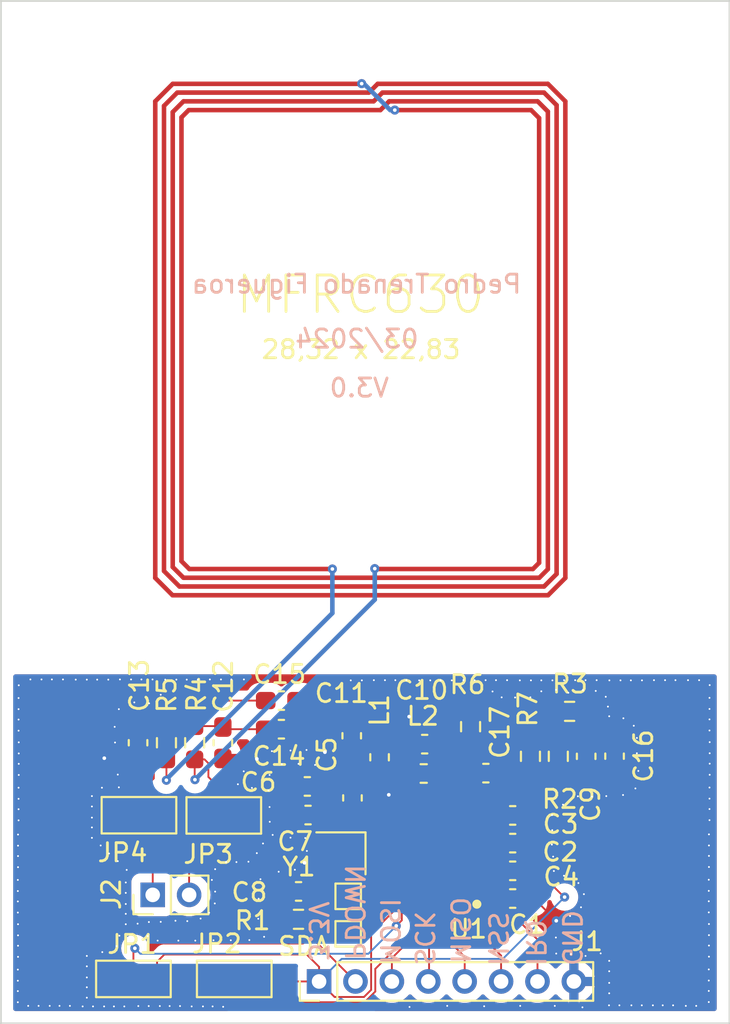
<source format=kicad_pcb>
(kicad_pcb (version 20221018) (generator pcbnew)
  (title_block (title "NFC Programmer") (rev "3.0") (company "Tychetools"))
  (layers (0 "F.Cu" signal) (31 "B.Cu" signal) (34 "B.Paste" user) (35 "F.Paste" user) (36 "B.SilkS" user "B.Silkscreen") (37 "F.SilkS" user "F.Silkscreen") (38 "B.Mask" user) (39 "F.Mask" user) (44 "Edge.Cuts" user))
  (net 0 "")
  (net 1 "Net-(U1-DVDD)")
  (net 2 "GND")
  (net 3 "Net-(U1-AVDD)")
  (net 4 "Net-(U1-TVDD)")
  (net 5 "Net-(U1-XTAL2)")
  (net 6 "/RXP")
  (net 7 "Net-(C9-Pad2)")
  (net 8 "Net-(C10-Pad2)")
  (net 9 "Net-(C11-Pad1)")
  (net 10 "Net-(C12-Pad1)")
  (net 11 "Net-(C13-Pad2)")
  (net 12 "/VMID")
  (net 13 "/RXN")
  (net 14 "Net-(C17-Pad2)")
  (net 15 "/TX1")
  (net 16 "/TX2")
  (net 17 "Net-(JP3-A)")
  (net 21 "/SCL")
  (net 22 "/MISO")
  (net 23 "/IRQ")
  (net 24 "/NSS")
  (net 31 "/PDOWN")
  (net 32 "+3V3")
  (net 33 "/SCK")
  (net 34 "/MOSI")
  (net 35 "Net-(U1-XTAL1)")
  (net 36 "/IFSEL0")
  (net 37 "/IFSEL1")
  (net 38 "Net-(J2-Pin_2)")
  (net 39 "Net-(JP4-A)")
  (net 40 "Net-(JP4-C)")
  (net 41 "Net-(J2-Pin_1)")
  (net 42 "/SDA")
  (footprint "Resistor_SMD:R_0603_1608Metric_Pad0.98x0.95mm_HandSolder" (layer "F.Cu") (at 150.81375 95.4575 -90)
    (fp_text reference "R2")
    (fp_text value "TBD" hide)
  )
  (footprint "Capacitor_SMD:C_0603_1608Metric_Pad1.08x0.95mm_HandSolder" (layer "F.Cu") (at 146.83425 96.38 180)
    (fp_text reference "C17")
    (fp_text value "TBD" hide)
  )
  (footprint "Resistor_SMD:R_0603_1608Metric_Pad0.98x0.95mm_HandSolder" (layer "F.Cu") (at 145.99425 93.83 90)
    (fp_text reference "R6")
    (fp_text value "TBD" hide)
  )
  (footprint "Jumper:SolderJumper-3_P1.3mm_Bridged12_Pad1.0x1.5mm_NumberLabels" (layer "F.Cu") (at 132.435 98.7)
    (fp_text reference "JP3")
    (fp_text value "SolderJumper_3_Bridged12" hide)
  )
  (footprint "MountingHole:MountingHole_3mm" (layer "F.Cu") (at 124.08 58.64)
    (fp_text reference "H3" hide)
    (fp_text value "MountingHole_Pad" hide)
  )
  (footprint "MountingHole:MountingHole_3mm" (layer "F.Cu") (at 156.12 58.64)
    (fp_text reference "H4" hide)
    (fp_text value "MountingHole_Pad" hide)
  )
  (footprint "TestPoint:TestPoint_Pad_1.0x1.0mm" (layer "F.Cu") (at 139.27 103.14)
    (fp_text reference "TP2" hide)
    (fp_text value "TestPoint" hide)
  )
  (footprint "Capacitor_SMD:C_0603_1608Metric_Pad1.08x0.95mm_HandSolder" (layer "F.Cu") (at 137.02425 97.11 180)
    (fp_text reference "C6")
    (fp_text value "1u" hide)
  )
  (footprint "Connector_PinHeader_2.00mm:PinHeader_1x02_P2.00mm_Vertical" (layer "F.Cu") (at 128.53 103.06 90)
    (fp_text reference "J2")
    (fp_text value "Conn_01x02_Pin" hide)
  )
  (footprint "Inductor_SMD:L_0603_1608Metric_Pad1.05x0.95mm_HandSolder" (layer "F.Cu") (at 140.99425 95.51 90)
    (fp_text reference "L1")
    (fp_text value "TBD" hide)
  )
  (footprint "Capacitor_SMD:C_0603_1608Metric_Pad1.08x0.95mm_HandSolder" (layer "F.Cu") (at 135.6 93.97 180)
    (fp_text reference "C14")
    (fp_text value "C" hide)
  )
  (footprint "MountingHole:MountingHole_3mm" (layer "F.Cu") (at 124.06 88.02)
    (fp_text reference "H1" hide)
    (fp_text value "MountingHole_Pad" hide)
  )
  (footprint "Crystal:Crystal_SMD_2016-4Pin_2.0x1.6mm" (layer "F.Cu") (at 138.87175 100.78 180)
    (fp_text reference "Y1")
    (fp_text value "Crystal_GND23" hide)
  )
  (footprint "Capacitor_SMD:C_0603_1608Metric_Pad1.08x0.95mm_HandSolder" (layer "F.Cu") (at 139.50425 97.74 90)
    (fp_text reference "C5")
    (fp_text value "100n" hide)
  )
  (footprint "Capacitor_SMD:C_0603_1608Metric_Pad1.08x0.95mm_HandSolder" (layer "F.Cu") (at 139.46425 94.33 -90)
    (fp_text reference "C11")
    (fp_text value "TBD" hide)
  )
  (footprint "Library3:MFRC630_MOUSER" (layer "F.Cu") (at 143.46425 101.07 180)
    (fp_text reference "U1")
    (fp_text value "MFRC63002HN,151" hide)
  )
  (footprint "Connector_PinHeader_2.00mm:PinHeader_1x08_P2.00mm_Vertical" (layer "F.Cu") (at 137.67 107.81 90)
    (fp_text reference "J1")
    (fp_text value "Conn_01x08" hide)
  )
  (footprint "Resistor_SMD:R_0603_1608Metric_Pad0.98x0.95mm_HandSolder" (layer "F.Cu") (at 130.835 94.7125 -90)
    (fp_text reference "R4")
    (fp_text value "TBD" hide)
  )
  (footprint "Capacitor_SMD:C_0603_1608Metric_Pad1.08x0.95mm_HandSolder" (layer "F.Cu") (at 152.34425 95.4575 90)
    (fp_text reference "C9")
    (fp_text value "TBD" hide)
  )
  (footprint "Capacitor_SMD:C_0603_1608Metric_Pad1.08x0.95mm_HandSolder" (layer "F.Cu") (at 135.6 92.4 180)
    (fp_text reference "C15")
    (fp_text value "TBD" hide)
  )
  (footprint "Capacitor_SMD:C_0603_1608Metric_Pad1.08x0.95mm_HandSolder" (layer "F.Cu") (at 148.3075 98.7)
    (fp_text reference "C3")
    (fp_text value "470n" hide)
  )
  (footprint "Capacitor_SMD:C_0603_1608Metric_Pad1.08x0.95mm_HandSolder" (layer "F.Cu") (at 148.3075 100.22)
    (fp_text reference "C2")
    (fp_text value "100n" hide)
  )
  (footprint "Resistor_SMD:R_0603_1608Metric_Pad0.98x0.95mm_HandSolder" (layer "F.Cu") (at 149.28325 95.4575 90)
    (fp_text reference "R7")
    (fp_text value "TBD" hide)
  )
  (footprint "Capacitor_SMD:C_0603_1608Metric_Pad1.08x0.95mm_HandSolder" (layer "F.Cu") (at 153.90425 95.45 -90)
    (fp_text reference "C16")
    (fp_text value "TBD" hide)
  )
  (footprint "Capacitor_SMD:C_0603_1608Metric_Pad1.08x0.95mm_HandSolder" (layer "F.Cu") (at 148.3075 101.74)
    (fp_text reference "C4")
    (fp_text value "100n" hide)
  )
  (footprint "Resistor_SMD:R_0603_1608Metric_Pad0.98x0.95mm_HandSolder" (layer "F.Cu") (at 129.285 94.7125 -90)
    (fp_text reference "R5")
    (fp_text value "TBD" hide)
  )
  (footprint "Resistor_SMD:R_0603_1608Metric_Pad0.98x0.95mm_HandSolder" (layer "F.Cu") (at 151.435 92.99)
    (fp_text reference "R3")
    (fp_text value "TBD" hide)
  )
  (footprint "Capacitor_SMD:C_0603_1608Metric_Pad1.08x0.95mm_HandSolder" (layer "F.Cu") (at 132.385 94.7125 -90)
    (fp_text reference "C12")
    (fp_text value "TBD" hide)
  )
  (footprint "Capacitor_SMD:C_0603_1608Metric_Pad1.08x0.95mm_HandSolder" (layer "F.Cu") (at 127.725 94.7125 90)
    (fp_text reference "C13")
    (fp_text value "TBD" hide)
  )
  (footprint "Capacitor_SMD:C_0603_1608Metric_Pad1.08x0.95mm_HandSolder" (layer "F.Cu") (at 136.5425 102.87 180)
    (fp_text reference "C8")
    (fp_text value "10p" hide)
  )
  (footprint "Inductor_SMD:L_0603_1608Metric_Pad1.05x0.95mm_HandSolder" (layer "F.Cu") (at 143.41925 96.4)
    (fp_text reference "L2")
    (fp_text value "TBD" hide)
  )
  (footprint "Resistor_SMD:R_0603_1608Metric_Pad0.98x0.95mm_HandSolder" (layer "F.Cu") (at 136.54 104.4 180)
    (fp_text reference "R1")
    (fp_text value "10k" hide)
  )
  (footprint "Jumper:SolderJumper-3_P1.3mm_Bridged12_Pad1.0x1.5mm_NumberLabels" (layer "F.Cu") (at 127.775 98.69 180)
    (fp_text reference "JP4")
    (fp_text value "SolderJumper_3_Bridged12" hide)
  )
  (footprint "Jumper:SolderJumper-3_P1.3mm_Bridged12_Pad1.0x1.5mm_NumberLabels" (layer "F.Cu") (at 133.01 107.67 180)
    (fp_text reference "JP2")
    (fp_text value "SolderJumper_3_Bridged12" hide)
  )
  (footprint "Jumper:SolderJumper-3_P1.3mm_Bridged12_Pad1.0x1.5mm_NumberLabels" (layer "F.Cu") (at 127.47 107.67)
    (fp_text reference "JP1")
    (fp_text value "SolderJumper_3_Bridged12" hide)
  )
  (footprint "Capacitor_SMD:C_0603_1608Metric_Pad1.08x0.95mm_HandSolder" (layer "F.Cu") (at 143.47175 94.79)
    (fp_text reference "C10")
    (fp_text value "TBD" hide)
  )
  (footprint "Capacitor_SMD:C_0603_1608Metric_Pad1.08x0.95mm_HandSolder" (layer "F.Cu") (at 137.06425 98.68 180)
    (fp_text reference "C7")
    (fp_text value "10p" hide)
  )
  (footprint "TestPoint:TestPoint_Pad_1.0x1.0mm" (layer "F.Cu") (at 139.27 105.2 180)
    (fp_text reference "SDA")
    (fp_text value "TestPoint" hide)
  )
  (footprint "MountingHole:MountingHole_3mm" (layer "F.Cu") (at 156.11 88.02)
    (fp_text reference "H2" hide)
    (fp_text value "MountingHole_Pad" hide)
  )
  (footprint "Capacitor_SMD:C_0603_1608Metric_Pad1.08x0.95mm_HandSolder" (layer "F.Cu") (at 148.3075 103.26)
    (fp_text reference "C1")
    (fp_text value "470n" hide)
  )
  (gr_poly (pts (xy 120.19 110.11) (xy 158.66 110.11) (xy 160.22 110.11) (xy 160.22 54.01) (xy 120.19 54.01) (xy 120.19 110.11)) (stroke (width 0.1)) (fill none) (layer "Edge.Cuts"))
  (gr_text "NSS" (at 146.9 107.05 270) (layer "B.SilkS") (effects (font (size 1 1) (thickness 0.153)) (justify left bottom mirror)))
  (gr_text "PDOWN\n" (at 139.03 106.74 270) (layer "B.SilkS") (effects (font (size 1 1) (thickness 0.153)) (justify left bottom mirror)))
  (gr_text "GND" (at 150.96 107.05 270) (layer "B.SilkS") (effects (font (size 1 1) (thickness 0.153)) (justify left bottom mirror)))
  (gr_text "SCK" (at 142.86 107.02 270) (layer "B.SilkS") (effects (font (size 1 1) (thickness 0.153)) (justify left bottom mirror)))
  (gr_text "MOSI\n" (at 140.96 106.97 270) (layer "B.SilkS") (effects (font (size 1 1) (thickness 0.153)) (justify left bottom mirror)))
  (gr_text "03/2024" (at 143.23 73.14) (layer "B.SilkS") (effects (font (size 1 1) (thickness 0.153)) (justify left bottom mirror)))
  (gr_text "3.3V\n" (at 137.04 106.77 -90) (layer "B.SilkS") (effects (font (size 1 1) (thickness 0.153)) (justify left bottom mirror)))
  (gr_text "IRQ" (at 148.97 107.05 270) (layer "B.SilkS") (effects (font (size 1 1) (thickness 0.153)) (justify left bottom mirror)))
  (gr_text "V3.0\n" (at 141.6 75.83) (layer "B.SilkS") (effects (font (size 1 1) (thickness 0.153)) (justify left bottom mirror)))
  (gr_text "MISO" (at 144.82 106.91 270) (layer "B.SilkS") (effects (font (size 1 1) (thickness 0.153)) (justify left bottom mirror)))
  (gr_text "Pedro Trenado Figueroa" (at 148.87 70.13) (layer "B.SilkS") (effects (font (size 1 1) (thickness 0.153)) (justify left bottom mirror)))
  (gr_text "28,32 x 22,83" (at 134.42 73.72) (layer "F.SilkS") (effects (font (size 1 1) (thickness 0.153)) (justify left bottom)))
  (gr_text "MFRC630\n" (at 132.99 71.3) (layer "F.SilkS") (effects (font (size 2 2) (thickness 0.153)) (justify left bottom)))
  (segment (start 146.61 99.99075) (end 146.61 103.04) (width 0.1) (layer "F.Cu") (net 1))
  (segment (start 146.43925 99.82) (end 146.61 99.99075) (width 0.1) (layer "F.Cu") (net 1))
  (segment (start 146.83 103.26) (end 147.445 103.26) (width 0.1) (layer "F.Cu") (net 1))
  (segment (start 146.61 103.04) (end 146.83 103.26) (width 0.1) (layer "F.Cu") (net 1))
  (segment (start 145.91425 99.82) (end 146.43925 99.82) (width 0.1) (layer "F.Cu") (net 1))
  (segment (start 138.17175 101.33) (end 136.9 101.33) (width 0.1) (layer "F.Cu") (net 2))
  (segment (start 134.225 95.575) (end 134.251582 95.601582) (width 0.1) (layer "F.Cu") (net 2))
  (segment (start 142.60925 94.79) (end 142.60925 93.29075) (width 0.1) (layer "F.Cu") (net 2))
  (segment (start 138.0275 95.1925) (end 137.99 95.23) (width 0.1) (layer "F.Cu") (net 2))
  (segment (start 125.885 95.575) (end 125.87 95.56) (width 0.1) (layer "F.Cu") (net 2))
  (segment (start 136.9 101.33) (end 136.87 101.3) (width 0.1) (layer "F.Cu") (net 2))
  (segment (start 139.46425 95.1925) (end 138.0275 95.1925) (width 0.1) (layer "F.Cu") (net 2))
  (segment (start 142.60925 93.29075) (end 142.62 93.28) (width 0.1) (layer "F.Cu") (net 2))
  (segment (start 143.46425 101.07) (end 141.71425 99.32) (width 0.1) (layer "F.Cu") (net 2))
  (segment (start 149.48 103.26) (end 150.7 104.48) (width 0.1) (layer "F.Cu") (net 2))
  (segment (start 149.17 103.26) (end 149.48 103.26) (width 0.1) (layer "F.Cu") (net 2))
  (segment (start 141.71425 97.78425) (end 141.5 97.57) (width 0.1) (layer "F.Cu") (net 2))
  (segment (start 132.385 95.575) (end 134.225 95.575) (width 0.1) (layer "F.Cu") (net 2))
  (segment (start 127.725 95.575) (end 125.885 95.575) (width 0.1) (layer "F.Cu") (net 2))
  (segment (start 141.71425 98.62) (end 141.71425 97.78425) (width 0.1) (layer "F.Cu") (net 2))
  (segment (start 141.71425 99.32) (end 141.71425 98.62) (width 0.1) (layer "F.Cu") (net 2))
  (via micro (at 159.13 95.86) (size 0.36) (drill 0.1) (layers "F.Cu" "B.Cu") (net 2))
  (via micro (at 128.97 104.54) (size 0.36) (drill 0.1) (layers "F.Cu" "B.Cu") (net 2))
  (via micro (at 157.94 91.28) (size 0.36) (drill 0.1) (layers "F.Cu" "B.Cu") (net 2))
  (via micro (at 131.87 105.55) (size 0.36) (drill 0.1) (layers "F.Cu" "B.Cu") (net 2))
  (via micro (at 124.3 91.25) (size 0.36) (drill 0.1) (layers "F.Cu" "B.Cu") (net 2))
  (via micro (at 125.19 98.82) (size 0.36) (drill 0.1) (layers "F.Cu" "B.Cu") (net 2))
  (via micro (at 127.34 91.24) (size 0.36) (drill 0.1) (layers "F.Cu" "B.Cu") (net 2))
  (via micro (at 157.25 91.28) (size 0.36) (drill 0.1) (layers "F.Cu" "B.Cu") (net 2))
  (via micro (at 129.94 105.57) (size 0.36) (drill 0.1) (layers "F.Cu" "B.Cu") (net 2))
  (via micro (at 142.64 109.21) (size 0.36) (drill 0.1) (layers "F.Cu" "B.Cu") (net 2))
  (via micro (at 135.12 99.77) (size 0.36) (drill 0.1) (layers "F.Cu" "B.Cu") (net 2))
  (via micro (at 150.62 109.15) (size 0.36) (drill 0.1) (layers "F.Cu" "B.Cu") (net 2))
  (via micro (at 121.16 98.97) (size 0.36) (drill 0.1) (layers "F.Cu" "B.Cu") (net 2))
  (via micro (at 122.87 109.15) (size 0.36) (drill 0.1) (layers "F.Cu" "B.Cu") (net 2))
  (via micro (at 154.83 109.12) (size 0.36) (drill 0.1) (layers "F.Cu" "B.Cu") (net 2))
  (via (at 134.251582 95.601582) (size 0.5) (drill 0.2) (layers "F.Cu" "B.Cu") (net 2))
  (via micro (at 126.46 94.7) (size 0.36) (drill 0.1) (layers "F.Cu" "B.Cu") (net 2))
  (via micro (at 144.35 91.29) (size 0.36) (drill 0.1) (layers "F.Cu" "B.Cu") (net 2))
  (via micro (at 159.08 104.02) (size 0.36) (drill 0.1) (layers "F.Cu" "B.Cu") (net 2))
  (via micro (at 155.13 94.45) (size 0.36) (drill 0.1) (layers "F.Cu" "B.Cu") (net 2))
  (via micro (at 129.22 91.25) (size 0.36) (drill 0.1) (layers "F.Cu" "B.Cu") (net 2))
  (via micro (at 125.19 98.21) (size 0.36) (drill 0.1) (layers "F.Cu" "B.Cu") (net 2))
  (via micro (at 130.03 109.16) (size 0.36) (drill 0.1) (layers "F.Cu" "B.Cu") (net 2))
  (via micro (at 134.59 100.24) (size 0.36) (drill 0.1) (layers "F.Cu" "B.Cu") (net 2))
  (via micro (at 148.44 92.23) (size 0.36) (drill 0.1) (layers "F.Cu" "B.Cu") (net 2))
  (via micro (at 150.48 99.51) (size 0.36) (drill 0.1) (layers "F.Cu" "B.Cu") (net 2))
  (via micro (at 154.37 97.58) (size 0.36) (drill 0.1) (layers "F.Cu" "B.Cu") (net 2))
  (via micro (at 153.61 106.68) (size 0.36) (drill 0.1) (layers "F.Cu" "B.Cu") (net 2))
  (via micro (at 155.4 109.12) (size 0.36) (drill 0.1) (layers "F.Cu" "B.Cu") (net 2))
  (via micro (at 123.6 91.24) (size 0.36) (drill 0.1) (layers "F.Cu" "B.Cu") (net 2))
  (via micro (at 133.98 97.19) (size 0.36) (drill 0.1) (layers "F.Cu" "B.Cu") (net 2))
  (via micro (at 159.13 96.47) (size 0.36) (drill 0.1) (layers "F.Cu" "B.Cu") (net 2))
  (via micro (at 121.16 92.26) (size 0.36) (drill 0.1) (layers "F.Cu" "B.Cu") (net 2))
  (via micro (at 152.66 97.67) (size 0.36) (drill 0.1) (layers "F.Cu" "B.Cu") (net 2))
  (via micro (at 134.45 102.2) (size 0.36) (drill 0.1) (layers "F.Cu" "B.Cu") (net 2))
  (via micro (at 154.96 93.78) (size 0.36) (drill 0.1) (layers "F.Cu" "B.Cu") (net 2))
  (via micro (at 125.86 109.18) (size 0.36) (drill 0.1) (layers "F.Cu" "B.Cu") (net 2))
  (via micro (at 121.17 91.56) (size 0.36) (drill 0.1) (layers "F.Cu" "B.Cu") (net 2))
  (via micro (at 141.86 91.28) (size 0.36) (drill 0.1) (layers "F.Cu" "B.Cu") (net 2))
  (via micro (at 121.12 108.95) (size 0.36) (drill 0.1) (layers "F.Cu" "B.Cu") (net 2))
  (via micro (at 148.7 91.29) (size 0.36) (drill 0.1) (layers "F.Cu" "B.Cu") (net 2))
  (via micro (at 158.55 91.28) (size 0.36) (drill 0.1) (layers "F.Cu" "B.Cu") (net 2))
  (via micro (at 125.74 97.18) (size 0.36) (drill 0.1) (layers "F.Cu" "B.Cu") (net 2))
  (via micro (at 121.13 106.46) (size 0.36) (drill 0.1) (layers "F.Cu" "B.Cu") (net 2))
  (via micro (at 132.56 101.26) (size 0.36) (drill 0.1) (layers "F.Cu" "B.Cu") (net 2))
  (via micro (at 137.45 95.93) (size 0.36) (drill 0.1) (layers "F.Cu" "B.Cu") (net 2))
  (via micro (at 159.12 92.86) (size 0.36) (drill 0.1) (layers "F.Cu" "B.Cu") (net 2))
  (via micro (at 127.7 104.64) (size 0.36) (drill 0.1) (layers "F.Cu" "B.Cu") (net 2))
  (via micro (at 143.78 91.29) (size 0.36) (drill 0.1) (layers "F.Cu" "B.Cu") (net 2))
  (via micro (at 124.91 108.13) (size 0.36) (drill 0.1) (layers "F.Cu" "B.Cu") (net 2))
  (via micro (at 148 91.28) (size 0.36) (drill 0.1) (layers "F.Cu" "B.Cu") (net 2))
  (via micro (at 121.16 92.87) (size 0.36) (drill 0.1) (layers "F.Cu" "B.Cu") (net 2))
  (via micro (at 151.917606 102.41155) (size 0.36) (drill 0.1) (layers "F.Cu" "B.Cu") (net 2))
  (via micro (at 152.92 91.28) (size 0.36) (drill 0.1) (layers "F.Cu" "B.Cu") (net 2))
  (via micro (at 147.701096 92.221952) (size 0.36) (drill 0.1) (layers "F.Cu" "B.Cu") (net 2))
  (via micro (at 149.28 92.22) (size 0.36) (drill 0.1) (layers "F.Cu" "B.Cu") (net 2))
  (via micro (at 159.09 99.74) (size 0.36) (drill 0.1) (layers "F.Cu" "B.Cu") (net 2))
  (via micro (at 139.41 91.29) (size 0.36) (drill 0.1) (layers "F.Cu" "B.Cu") (net 2))
  (via micro (at 159.09 101.53) (size 0.36) (drill 0.1) (layers "F.Cu" "B.Cu") (net 2))
  (via micro (at 132.82 105.55) (size 0.36) (drill 0.1) (layers "F.Cu" "B.Cu") (net 2))
  (via micro (at 131.29 109.18) (size 0.36) (drill 0.1) (layers "F.Cu" "B.Cu") (net 2))
  (via micro (at 133.79 101.24) (size 0.36) (drill 0.1) (layers "F.Cu" "B.Cu") (net 2))
  (via micro (at 153.61 108.46) (size 0.36) (drill 0.1) (layers "F.Cu" "B.Cu") (net 2))
  (via micro (at 151.89 97.65) (size 0.36) (drill 0.1) (layers "F.Cu" "B.Cu") (net 2))
  (via micro (at 159.13 95.29) (size 0.36) (drill 0.1) (layers "F.Cu" "B.Cu") (net 2))
  (via micro (at 130.87 105.57) (size 0.36) (drill 0.1) (layers "F.Cu" "B.Cu") (net 2))
  (via micro (at 131.96 102.88) (size 0.36) (drill 0.1) (layers "F.Cu" "B.Cu") (net 2))
  (via micro (at 134.35 103.27) (size 0.36) (drill 0.1) (layers "F.Cu" "B.Cu") (net 2))
  (via micro (at 128.32 104.55) (size 0.36) (drill 0.1) (layers "F.Cu" "B.Cu") (net 2))
  (via micro (at 125.25 109.18) (size 0.36) (drill 0.1) (layers "F.Cu" "B.Cu") (net 2))
  (via micro (at 127.52 92.5) (size 0.36) (drill 0.1) (layers "F.Cu" "B.Cu") (net 2))
  (via micro (at 127.74 109.16) (size 0.36) (drill 0.1) (layers "F.Cu" "B.Cu") (net 2))
  (via micro (at 159.12 98.96) (size 0.36) (drill 0.1) (layers "F.Cu" "B.Cu") (net 2))
  (via micro (at 126.61 96.46) (size 0.36) (drill 0.1) (layers "F.Cu" "B.Cu") (net 2))
  (via micro (at 134.33 104.37) (size 0.36) (drill 0.1) (layers "F.Cu" "B.Cu") (net 2))
  (via micro (at 131.63 104.04) (size 0.36) (drill 0.1) (layers "F.Cu" "B.Cu") (net 2))
  (via micro (at 158.39 109.15) (size 0.36) (drill 0.1) (layers "F.Cu" "B.Cu") (net 2))
  (via micro (at 121.13 104.67) (size 0.36) (drill 0.1) (layers "F.Cu" "B.Cu") (net 2))
  (via micro (at 134.65 105.36) (size 0.36) (drill 0.1) (layers "F.Cu" "B.Cu") (net 2))
  (via micro (at 152.31 91.28) (size 0.36) (drill 0.1) (layers "F.Cu" "B.Cu") (net 2))
  (via micro (at 126.67 92.87) (size 0.36) (drill 0.1) (layers "F.Cu" "B.Cu") (net 2))
  (via micro (at 126.44 93.84) (size 0.36) (drill 0.1) (layers "F.Cu" "B.Cu") (net 2))
  (via micro (at 140.68 91.28) (size 0.36) (drill 0.1) (layers "F.Cu" "B.Cu") (net 2))
  (via micro (at 156.07 91.28) (size 0.36) (drill 0.1) (layers "F.Cu" "B.Cu") (net 2))
  (via micro (at 136.91 99.94) (size 0.36) (drill 0.1) (layers "F.Cu" "B.Cu") (net 2))
  (via micro (at 150.46 100.3) (size 0.36) (drill 0.1) (layers "F.Cu" "B.Cu") (net 2))
  (via micro (at 140.02 91.29) (size 0.36) (drill 0.1) (layers "F.Cu" "B.Cu") (net 2))
  (via micro (at 153.45 97.64) (size 0.36) (drill 0.1) (layers "F.Cu" "B.Cu") (net 2))
  (via micro (at 134.95 98.24) (size 0.36) (drill 0.1) (layers "F.Cu" "B.Cu") (net 2))
  (via micro (at 154.17 109.12) (size 0.36) (drill 0.1) (layers "F.Cu" "B.Cu") (net 2))
  (via micro (at 151.364342 91.97) (size 0.36) (drill 0.1) (layers "F.Cu" "B.Cu") (net 2))
  (via micro (at 135.077887 95.174346) (size 0.36) (drill 0.1) (layers "F.Cu" "B.Cu") (net 2))
  (via micro (at 155.41 91.29) (size 0.36) (drill 0.1) (layers "F.Cu" "B.Cu") (net 2))
  (via micro (at 159.08 107.15) (size 0.36) (drill 0.1) (layers "F.Cu" "B.Cu") (net 2))
  (via micro (at 123.41 109.15) (size 0.36) (drill 0.1) (layers "F.Cu" "B.Cu") (net 2))
  (via micro (at 159.09 105.27) (size 0.36) (drill 0.1) (layers "F.Cu" "B.Cu") (net 2))
  (via micro (at 136.98 95.11) (size 0.36) (drill 0.1) (layers "F.Cu" "B.Cu") (net 2))
  (via micro (at 128.33 92.55) (size 0.36) (drill 0.1) (layers "F.Cu" "B.Cu") (net 2))
  (via micro (at 153.14 106.27) (size 0.36) (drill 0.1) (layers "F.Cu" "B.Cu") (net 2))
  (via micro (at 150.47 98.68) (size 0.36) (drill 0.1) (layers "F.Cu" "B.Cu") (net 2))
  (via micro (at 148.72 109.15) (size 0.36) (drill 0.1) (layers "F.Cu" "B.Cu") (net 2))
  (via micro (at 121.16 94.05) (size 0.36) (drill 0.1) (layers "F.Cu" "B.Cu") (net 2))
  (via micro (at 121.81 91.24) (size 0.36) (drill 0.1) (layers "F.Cu" "B.Cu") (net 2))
  (via (at 142.62 93.28) (size 0.5) (drill 0.2) (layers "F.Cu" "B.Cu") (net 2))
  (via micro (at 131.01 91.25) (size 0.36) (drill 0.1) (layers "F.Cu" "B.Cu") (net 2))
  (via micro (at 121.69 109.15) (size 0.36) (drill 0.1) (layers "F.Cu" "B.Cu") (net 2))
  (via micro (at 149.88 91.29) (size 0.36) (drill 0.1) (layers "F.Cu" "B.Cu") (net 2))
  (via micro (at 125.48 91.25) (size 0.36) (drill 0.1) (layers "F.Cu" "B.Cu") (net 2))
  (via micro (at 128.31 109.16) (size 0.36) (drill 0.1) (layers "F.Cu" "B.Cu") (net 2))
  (via micro (at 153.61 107.25) (size 0.36) (drill 0.1) (layers "F.Cu" "B.Cu") (net 2))
  (via micro (at 127.05 102.38) (size 0.36) (drill 0.1) (layers "F.Cu" "B.Cu") (net 2))
  (via micro (at 127.91 91.24) (size 0.36) (drill 0.1) (layers "F.Cu" "B.Cu") (net 2))
  (via micro (at 156.55 109.12) (size 0.36) (drill 0.1) (layers "F.Cu" "B.Cu") (net 2))
  (via micro (at 153.6 109.12) (size 0.36) (drill 0.1) (layers "F.Cu" "B.Cu") (net 2))
  (via micro (at 131.82 109.18) (size 0.36) (drill 0.1) (layers "F.Cu" "B.Cu") (net 2))
  (via micro (at 151.46 104.22) (size 0.36) (drill 0.1) (layers "F.Cu" "B.Cu") (net 2))
  (via micro (at 124.91 107.59) (size 0.36) (drill 0.1) (layers "F.Cu" "B.Cu") (net 2))
  (via micro (at 150.53 100.96) (size 0.36) (drill 0.1) (layers "F.Cu" "B.Cu") (net 2))
  (via micro (at 134.95 96.48) (size 0.36) (drill 0.1) (layers "F.Cu" "B.Cu") (net 2))
  (via micro (at 136.54 95.87) (size 0.36) (drill 0.1) (layers "F.Cu" "B.Cu") (net 2))
  (via micro (at 153.54 92.73) (size 0.36) (drill 0.1) (layers "F.Cu" "B.Cu") (net 2))
  (via micro (at 131.96 101.65) (size 0.36) (drill 0.1) (layers "F.Cu" "B.Cu") (net 2))
  (via micro (at 121.13 105.85) (size 0.36) (drill 0.1) (layers "F.Cu" "B.Cu") (net 2))
  (via micro (at 155.13 95.29) (size 0.36) (drill 0.1) (layers "F.Cu" "B.Cu") (net 2))
  (via micro (at 126.4 109.18) (size 0.36) (drill 0.1) (layers "F.Cu" "B.Cu") (net 2))
  (via micro (at 130.43 104.5) (size 0.36) (drill 0.1) (layers "F.Cu" "B.Cu") (net 2))
  (via micro (at 125.76 106.2) (size 0.36) (drill 0.1) (layers "F.Cu" "B.Cu") (net 2))
  (via micro (at 159.08 107.76) (size 0.36) (drill 0.1) (layers "F.Cu" "B.Cu") (net 2))
  (via micro (at 124.91 106.98) (size 0.36) (drill 0.1) (layers "F.Cu" "B.Cu") (net 2))
  (via micro (at 127.05 104.1) (size 0.36) (drill 0.1) (layers "F.Cu" "B.Cu") (net 2))
  (via micro (at 124.91 106.41) (size 0.36) (drill 0.1) (layers "F.Cu" "B.Cu") (net 2))
  (via micro (at 133.54 91.24) (size 0.36) (drill 0.1) (layers "F.Cu" "B.Cu") (net 2))
  (via micro (at 159.09 104.66) (size 0.36) (drill 0.1) (layers "F.Cu" "B.Cu") (net 2))
  (via micro (at 152.06 103.74) (size 0.36) (drill 0.1) (layers "F.Cu" "B.Cu") (net 2))
  (via micro (at 128.8 105.57) (size 0.36) (drill 0.1) (layers "F.Cu" "B.Cu") (net 2))
  (via micro (at 121.12 107.16) (size 0.36) (drill 0.1) (layers "F.Cu" "B.Cu") (net 2))
  (via micro (at 131.16 104.36) (size 0.36) (drill 0.1) (layers "F.Cu" "B.Cu") (net 2))
  (via micro (at 121.12 108.34) (size 0.36) (drill 0.1) (layers "F.Cu" "B.Cu") (net 2))
  (via micro (at 135.62 95.89) (size 0.36) (drill 0.1) (layers "F.Cu" "B.Cu") (net 2))
  (via micro (at 156.01 109.12) (size 0.36) (drill 0.1) (layers "F.Cu" "B.Cu") (net 2))
  (via micro (at 132.85 91.24) (size 0.36) (drill 0.1) (layers "F.Cu" "B.Cu") (net 2))
  (via micro (at 159.13 94.68) (size 0.36) (drill 0.1) (layers "F.Cu" "B.Cu") (net 2))
  (via micro (at 127.05 102.95) (size 0.36) (drill 0.1) (layers "F.Cu" "B.Cu") (net 2))
  (via micro (at 121.13 100.36) (size 0.36) (drill 0.1) (layers "F.Cu" "B.Cu") (net 2))
  (via micro (at 152.22 103.02) (size 0.36) (drill 0.1) (layers "F.Cu" "B.Cu") (net 2))
  (via micro (at 121.12 102.24) (size 0.36) (drill 0.1) (layers "F.Cu" "B.Cu") (net 2))
  (via micro (at 152.31 106.41) (size 0.36) (drill 0.1) (layers "F.Cu" "B.Cu") (net 2))
  (via micro (at 121.16 93.44) (size 0.36) (drill 0.1) (layers "F.Cu" "B.Cu") (net 2))
  (via micro (at 126.97 109.18) (size 0.36) (drill 0.1) (layers "F.Cu" "B.Cu") (net 2))
  (via micro (at 151.74 91.28) (size 0.36) (drill 0.1) (layers "F.Cu" "B.Cu") (net 2))
  (via micro (at 125.19 99.36) (size 0.36) (drill 0.1) (layers "F.Cu" "B.Cu") (net 2))
  (via micro (at 121.13 101.54) (size 0.36) (drill 0.1) (layers "F.Cu" "B.Cu") (net 2))
  (via micro (at 159.12 93.43) (size 0.36) (drill 0.1) (layers "F.Cu" "B.Cu") (net 2))
  (via micro (at 159.09 100.92) (size 0.36) (drill 0.1) (layers "F.Cu" "B.Cu") (net 2))
  (via micro (at 126.67 97.16) (size 0.36) (drill 0.1) (layers "F.Cu" "B.Cu") (net 2))
  (via micro (at 128.97 92.08) (size 0.36) (drill 0.1) (layers "F.Cu" "B.Cu") (net 2))
  (via (at 150.7 104.48) (size 0.5) (drill 0.2) (layers "F.Cu" "B.Cu") (net 2))
  (via micro (at 159.08 108.33) (size 0.36) (drill 0.1) (layers "F.Cu" "B.Cu") (net 2))
  (via micro (at 129.46 109.16) (size 0.36) (drill 0.1) (layers "F.Cu" "B.Cu") (net 2))
  (via micro (at 122.42 91.24) (size 0.36) (drill 0.1) (layers "F.Cu" "B.Cu") (net 2))
  (via micro (at 159.12 97.78) (size 0.36) (drill 0.1) (layers "F.Cu" "B.Cu") (net 2))
  (via micro (at 126.54 105.87) (size 0.36) (drill 0.1) (layers "F.Cu" "B.Cu") (net 2))
  (via micro (at 131.78 102.24) (size 0.36) (drill 0.1) (layers "F.Cu" "B.Cu") (net 2))
  (via micro (at 121.16 98.36) (size 0.36) (drill 0.1) (layers "F.Cu" "B.Cu") (net 2))
  (via micro (at 133.53 96.28) (size 0.36) (drill 0.1) (layers "F.Cu" "B.Cu") (net 2))
  (via micro (at 159.09 106.45) (size 0.36) (drill 0.1) (layers "F.Cu" "B.Cu") (net 2))
  (via micro (at 121.13 105.28) (size 0.36) (drill 0.1) (layers "F.Cu" "B.Cu") (net 2))
  (via micro (at 121.12 104.03) (size 0.36) (drill 0.1) (layers "F.Cu" "B.Cu") (net 2))
  (via micro (at 146.82 91.28) (size 0.36) (drill 0.1) (layers "F.Cu" "B.Cu") (net 2))
  (via micro (at 129.78 104.48) (size 0.36) (drill 0.1) (layers "F.Cu" "B.Cu") (net 2))
  (via micro (at 159.13 91.55) (size 0.36) (drill 0.1) (layers "F.Cu" "B.Cu") (net 2))
  (via micro (at 132.28 91.24) (size 0.36) (drill 0.1) (layers "F.Cu" "B.Cu") (net 2))
  (via micro (at 136.34 101.68) (size 0.36) (drill 0.1) (layers "F.Cu" "B.Cu") (net 2))
  (via micro (at 157.12 109.12) (size 0.36) (drill 0.1) (layers "F.Cu" "B.Cu") (net 2))
  (via micro (at 130.4 91.25) (size 0.36) (drill 0.1) (layers "F.Cu" "B.Cu") (net 2))
  (via micro (at 128.52 91.24) (size 0.36) (drill 0.1) (layers "F.Cu" "B.Cu") (net 2))
  (via micro (at 125.67 100.35) (size 0.36) (drill 0.1) (layers "F.Cu" "B.Cu") (net 2))
  (via micro (at 159.08 108.94) (size 0.36) (drill 0.1) (layers "F.Cu" "B.Cu") (net 2))
  (via micro (at 159.12 97.17) (size 0.36) (drill 0.1) (layers "F.Cu" "B.Cu") (net 2))
  (via micro (at 133.21 96.99) (size 0.36) (drill 0.1) (layers "F.Cu" "B.Cu") (net 2))
  (via micro (at 142.47 91.28) (size 0.36) (drill 0.1) (layers "F.Cu" "B.Cu") (net 2))
  (via micro (at 154.8 91.29) (size 0.36) (drill 0.1) (layers "F.Cu" "B.Cu") (net 2))
  (via micro (at 147.2 91.9) (size 0.36) (drill 0.1) (layers "F.Cu" "B.Cu") (net 2))
  (via micro (at 122.99 91.24) (size 0.36) (drill 0.1) (layers "F.Cu" "B.Cu") (net 2))
  (via micro (at 125.19 99.93) (size 0.36) (drill 0.1) (layers "F.Cu" "B.Cu") (net 2))
  (via micro (at 145.6 91.28) (size 0.36) (drill 0.1) (layers "F.Cu" "B.Cu") (net 2))
  (via micro (at 128.92 109.16) (size 0.36) (drill 0.1) (layers "F.Cu" "B.Cu") (net 2))
  (via micro (at 151.07 98.11) (size 0.36) (drill 0.1) (layers "F.Cu" "B.Cu") (net 2))
  (via micro (at 149.31 91.29) (size 0.36) (drill 0.1) (layers "F.Cu" "B.Cu") (net 2))
  (via micro (at 121.13 99.75) (size 0.36) (drill 0.1) (layers "F.Cu" "B.Cu") (net 2))
  (via micro (at 124.91 91.25) (size 0.36) (drill 0.1) (layers "F.Cu" "B.Cu") (net 2))
  (via micro (at 152.17 91.82) (size 0.36) (drill 0.1) (layers "F.Cu" "B.Cu") (net 2))
  (via micro (at 157.82 109.15) (size 0.36) (drill 0.1) (layers "F.Cu" "B.Cu") (net 2))
  (via micro (at 154.23 91.29) (size 0.36) (drill 0.1) (layers "F.Cu" "B.Cu") (net 2))
  (via micro (at 151.13 91.28) (size 0.36) (drill 0.1) (layers "F.Cu" "B.Cu") (net 2))
  (via micro (at 159.09 105.84) (size 0.36) (drill 0.1) (layers "F.Cu" "B.Cu") (net 2))
  (via micro (at 129.83 91.25) (size 0.36) (drill 0.1) (layers "F.Cu" "B.Cu") (net 2))
  (via micro (at 146.21 91.28) (size 0.36) (drill 0.1) (layers "F.Cu" "B.Cu") (net 2))
  (via micro (at 123.98 109.15) (size 0.36) (drill 0.1) (layers "F.Cu" "B.Cu") (net 2))
  (via micro (at 137 100.65) (size 0.36) (drill 0.1) (layers "F.Cu" "B.Cu") (net 2))
  (via micro (at 134.96 99.05) (size 0.36) (drill 0.1) (layers "F.Cu" "B.Cu") (net 2))
  (via (at 136.87 101.3) (size 0.5) (drill 0.2) (layers "F.Cu" "B.Cu") (net 2))
  (via micro (at 159.09 100.35) (size 0.36) (drill 0.1) (layers "F.Cu" "B.Cu") (net 2))
  (via micro (at 131.67 91.24) (size 0.36) (drill 0.1) (layers "F.Cu" "B.Cu") (net 2))
  (via micro (at 127.1 101.69) (size 0.36) (drill 0.1) (layers "F.Cu" "B.Cu") (net 2))
  (via micro (at 136.1 95.14) (size 0.36) (drill 0.1) (layers "F.Cu" "B.Cu") (net 2))
  (via micro (at 122.26 109.15) (size 0.36) (drill 0.1) (layers "F.Cu" "B.Cu") (net 2))
  (via micro (at 146.74 109.17) (size 0.36) (drill 0.1) (layers "F.Cu" "B.Cu") (net 2))
  (via micro (at 127.05 103.56) (size 0.36) (drill 0.1) (layers "F.Cu" "B.Cu") (net 2))
  (via micro (at 126.09 91.25) (size 0.36) (drill 0.1) (layers "F.Cu" "B.Cu") (net 2))
  (via micro (at 159.12 98.35) (size 0.36) (drill 0.1) (layers "F.Cu" "B.Cu") (net 2))
  (via micro (at 147.39 91.28) (size 0.36) (drill 0.1) (layers "F.Cu" "B.Cu") (net 2))
  (via micro (at 121.17 95.3) (size 0.36) (drill 0.1) (layers "F.Cu" "B.Cu") (net 2))
  (via micro (at 126.13 100.79) (size 0.36) (drill 0.1) (layers "F.Cu" "B.Cu") (net 2))
  (via micro (at 134.89 97.33) (size 0.36) (drill 0.1) (layers "F.Cu" "B.Cu") (net 2))
  (via micro (at 136.1 99.92) (size 0.36) (drill 0.1) (layers "F.Cu" "B.Cu") (net 2))
  (via micro (at 121.16 97.18) (size 0.36) (drill 0.1) (layers "F.Cu" "B.Cu") (net 2))
  (via micro (at 130.67 109.18) (size 0.36) (drill 0.1) (layers "F.Cu" "B.Cu") (net 2))
  (via micro (at 126.61 101.21) (size 0.36) (drill 0.1) (layers "F.Cu" "B.Cu") (net 2))
  (via micro (at 121.12 107.77) (size 0.36) (drill 0.1) (layers "F.Cu" "B.Cu") (net 2))
  (via micro (at 121.17 95.87) (size 0.36) (drill 0.1) (layers "F.Cu" "B.Cu") (net 2))
  (via micro (at 149.88 91.89) (size 0.36) (drill 0.1) (layers "F.Cu" "B.Cu") (net 2))
  (via micro (at 144.96 91.29) (size 0.36) (drill 0.1) (layers "F.Cu" "B.Cu") (net 2))
  (via micro (at 121.12 102.85) (size 0.36) (drill 0.1) (layers "F.Cu" "B.Cu") (net 2))
  (via micro (at 151.124464 102.010199) (size 0.36) (drill 0.1) (layers "F.Cu" "B.Cu") (net 2))
  (via micro (at 159.08 102.23) (size 0.36) (drill 0.1) (layers "F.Cu" "B.Cu") (net 2))
  (via micro (at 121.12 103.42) (size 0.36) (drill 0.1) (layers "F.Cu" "B.Cu") (net 2))
  (via micro (at 143.17 91.29) (size 0.36) (drill 0.1) (layers "F.Cu" "B.Cu") (net 2))
  (via micro (at 124.91 108.7) (size 0.36) (drill 0.1) (layers "F.Cu" "B.Cu") (net 2))
  (via micro (at 159.12 94.04) (size 0.36) (drill 0.1) (layers "F.Cu" "B.Cu") (net 2))
  (via micro (at 144.71 109.15) (size 0.36) (drill 0.1) (layers "F.Cu" "B.Cu") (net 2))
  (via micro (at 134.25 100.77) (size 0.36) (drill 0.1) (layers "F.Cu" "B.Cu") (net 2))
  (via micro (at 121.13 100.93) (size 0.36) (drill 0.1) (layers "F.Cu" "B.Cu") (net 2))
  (via micro (at 153.42 92.19) (size 0.36) (drill 0.1) (layers "F.Cu" "B.Cu") (net 2))
  (via micro (at 155.21 96.26) (size 0.36) (drill 0.1) (layers "F.Cu" "B.Cu") (net 2))
  (via (at 137.99 95.23) (size 0.5) (drill 0.2) (layers "F.Cu" "B.Cu") (net 2))
  (via micro (at 121.17 96.48) (size 0.36) (drill 0.1) (layers "F.Cu" "B.Cu") (net 2))
  (via micro (at 150.57 101.75) (size 0.36) (drill 0.1) (layers "F.Cu" "B.Cu") (net 2))
  (via micro (at 156.68 91.28) (size 0.36) (drill 0.1) (layers "F.Cu" "B.Cu") (net 2))
  (via micro (at 125.19 97.64) (size 0.36) (drill 0.1) (layers "F.Cu" "B.Cu") (net 2))
  (via micro (at 135.45 101.79) (size 0.36) (drill 0.1) (layers "F.Cu" "B.Cu") (net 2))
  (via micro (at 126.7 105.3) (size 0.36) (drill 0.1) (layers "F.Cu" "B.Cu") (net 2))
  (via micro (at 159.08 102.84) (size 0.36) (drill 0.1) (layers "F.Cu" "B.Cu") (net 2))
  (via micro (at 153.61 107.89) (size 0.36) (drill 0.1) (layers "F.Cu" "B.Cu") (net 2))
  (via micro (at 154.39 93.37) (size 0.36) (drill 0.1) (layers "F.Cu" "B.Cu") (net 2))
  (via micro (at 153.62 91.29) (size 0.36) (drill 0.1) (layers "F.Cu" "B.Cu") (net 2))
  (via micro (at 159.12 92.25) (size 0.36) (drill 0.1) (layers "F.Cu" "B.Cu") (net 2))
  (via micro (at 150.68 105.4) (size 0.36) (drill 0.1) (layers "F.Cu" "B.Cu") (net 2))
  (via (at 125.87 95.56) (size 0.5) (drill 0.2) (layers "F.Cu" "B.Cu") (net 2))
  (via micro (at 121.16 97.79) (size 0.36) (drill 0.1) (layers "F.Cu" "B.Cu") (net 2))
  (via micro (at 150.7 106.28) (size 0.36) (drill 0.1) (layers "F.Cu" "B.Cu") (net 2))
  (via micro (at 121.17 94.69) (size 0.36) (drill 0.1) (layers "F.Cu" "B.Cu") (net 2))
  (via micro (at 152.14 109.23) (size 0.36) (drill 0.1) (layers "F.Cu" "B.Cu") (net 2))
  (via (at 141.5 97.57) (size 0.5) (drill 0.2) (layers "F.Cu" "B.Cu") (net 2))
  (via micro (at 127.05 104.67) (size 0.36) (drill 0.1) (layers "F.Cu" "B.Cu") (net 2))
  (via micro (at 155.05 97.22) (size 0.36) (drill 0.1) (layers "F.Cu" "B.Cu") (net 2))
  (via micro (at 128.25 105.32) (size 0.36) (drill 0.1) (layers "F.Cu" "B.Cu") (net 2))
  (via micro (at 124.68 109.18) (size 0.36) (drill 0.1) (layers "F.Cu" "B.Cu") (net 2))
  (via micro (at 159.08 103.41) (size 0.36) (drill 0.1) (layers "F.Cu" "B.Cu") (net 2))
  (via micro (at 141.29 91.28) (size 0.36) (drill 0.1) (layers "F.Cu" "B.Cu") (net 2))
  (via micro (at 153.61 93.26) (size 0.36) (drill 0.1) (layers "F.Cu" "B.Cu") (net 2))
  (via micro (at 133.84 105.54) (size 0.36) (drill 0.1) (layers "F.Cu" "B.Cu") (net 2))
  (via micro (at 133.13 101.26) (size 0.36) (drill 0.1) (layers "F.Cu" "B.Cu") (net 2))
  (via micro (at 152.87 91.87) (size 0.36) (drill 0.1) (layers "F.Cu" "B.Cu") (net 2))
  (via micro (at 150.69 91.81) (size 0.36) (drill 0.1) (layers "F.Cu" "B.Cu") (net 2))
  (via micro (at 151.51 106.31) (size 0.36) (drill 0.1) (layers "F.Cu" "B.Cu") (net 2))
  (via micro (at 132.4 109.2) (size 0.36) (drill 0.1) (layers "F.Cu" "B.Cu") (net 2))
  (via micro (at 150.49 91.29) (size 0.36) (drill 0.1) (layers "F.Cu" "B.Cu") (net 2))
  (via micro (at 126.73 91.24) (size 0.36) (drill 0.1) (layers "F.Cu" "B.Cu") (net 2))
  (via micro (at 131.94 103.53) (size 0.36) (drill 0.1) (layers "F.Cu" "B.Cu") (net 2))
  (segment (start 147.365 98.62) (end 147.445 98.7) (width 0.1) (layer "F.Cu") (net 3))
  (segment (start 145.21425 98.62) (end 147.365 98.62) (width 0.1) (layer "F.Cu") (net 3))
  (segment (start 139.50425 98.6025) (end 140.05675 98.6025) (width 0.1) (layer "F.Cu") (net 4))
  (segment (start 138.82425 98.51) (end 138.91675 98.6025) (width 0.1) (layer "F.Cu") (net 4))
  (segment (start 137.88675 97.7325) (end 138.13425 97.98) (width 0.1) (layer "F.Cu") (net 4))
  (segment (start 140.20425 98.75) (end 140.20425 99.7) (width 0.1) (layer "F.Cu") (net 4))
  (segment (start 137.88675 97.11) (end 137.88675 97.7325) (width 0.1) (layer "F.Cu") (net 4))
  (segment (start 138.13425 97.98) (end 138.68425 97.98) (width 0.1) (layer "F.Cu") (net 4))
  (segment (start 138.68425 97.98) (end 138.82425 98.12) (width 0.1) (layer "F.Cu") (net 4))
  (segment (start 140.32425 99.82) (end 141.01425 99.82) (width 0.1) (layer "F.Cu") (net 4))
  (segment (start 140.20425 99.7) (end 140.32425 99.82) (width 0.1) (layer "F.Cu") (net 4))
  (segment (start 138.91675 98.6025) (end 139.50425 98.6025) (width 0.1) (layer "F.Cu") (net 4))
  (segment (start 140.05675 98.6025) (end 140.20425 98.75) (width 0.1) (layer "F.Cu") (net 4))
  (segment (start 138.82425 98.12) (end 138.82425 98.51) (width 0.1) (layer "F.Cu") (net 4))
  (segment (start 140.06425 101.33) (end 139.57175 101.33) (width 0.1) (layer "F.Cu") (net 5))
  (segment (start 141.01425 100.82) (end 140.57425 100.82) (width 0.1) (layer "F.Cu") (net 5))
  (segment (start 137.405 102.365) (end 137.69 102.08) (width 0.1) (layer "F.Cu") (net 5))
  (segment (start 138.9 101.83) (end 138.9 101.43) (width 0.1) (layer "F.Cu") (net 5))
  (segment (start 139 101.33) (end 139.57175 101.33) (width 0.1) (layer "F.Cu") (net 5))
  (segment (start 140.57425 100.82) (end 140.06425 101.33) (width 0.1) (layer "F.Cu") (net 5))
  (segment (start 138.9 101.43) (end 139 101.33) (width 0.1) (layer "F.Cu") (net 5))
  (segment (start 138.65 102.08) (end 138.9 101.83) (width 0.1) (layer "F.Cu") (net 5))
  (segment (start 137.69 102.08) (end 138.65 102.08) (width 0.1) (layer "F.Cu") (net 5))
  (segment (start 137.405 102.87) (end 137.405 102.365) (width 0.1) (layer "F.Cu") (net 5))
  (segment (start 143.71425 98.095) (end 144.21225 97.597) (width 0.1) (layer "F.Cu") (net 6))
  (segment (start 150.81375 97.1405) (end 150.81375 96.37) (width 0.1) (layer "F.Cu") (net 6))
  (segment (start 150.81375 96.37) (end 152.29425 96.37) (width 0.1) (layer "F.Cu") (net 6))
  (segment (start 144.21225 97.597) (end 150.35725 97.597) (width 0.1) (layer "F.Cu") (net 6))
  (segment (start 150.35725 97.597) (end 150.81375 97.1405) (width 0.1) (layer "F.Cu") (net 6))
  (segment (start 143.71425 98.62) (end 143.71425 98.095) (width 0.1) (layer "F.Cu") (net 6))
  (segment (start 152.29425 96.37) (end 152.34425 96.32) (width 0.1) (layer "F.Cu") (net 6))
  (segment (start 152.3475 94.59175) (end 152.34425 94.595) (width 0.1) (layer "F.Cu") (net 7))
  (segment (start 152.3475 92.99) (end 152.3475 94.59175) (width 0.1) (layer "F.Cu") (net 7))
  (segment (start 145.05 94.79) (end 144.33425 94.79) (width 0.1) (layer "F.Cu") (net 8))
  (segment (start 136.4625 92.4) (end 137.43 92.4) (width 0.1) (layer "F.Cu") (net 8))
  (segment (start 144.29425 94.83) (end 144.33425 94.79) (width 0.1) (layer "F.Cu") (net 8))
  (segment (start 145.17 94.67) (end 145.05 94.79) (width 0.1) (layer "F.Cu") (net 8))
  (segment (start 146.410022 92.253) (end 146.75 92.592978) (width 0.1) (layer "F.Cu") (net 8))
  (segment (start 145.35 94) (end 145.17 94.18) (width 0.1) (layer "F.Cu") (net 8))
  (segment (start 146.57 94) (end 145.35 94) (width 0.1) (layer "F.Cu") (net 8))
  (segment (start 150.5225 92.99) (end 147.58 92.99) (width 0.1) (layer "F.Cu") (net 8))
  (segment (start 144.33425 94.13575) (end 144.33425 94.79) (width 0.1) (layer "F.Cu") (net 8))
  (segment (start 145.17 94.18) (end 145.17 94.67) (width 0.1) (layer "F.Cu") (net 8))
  (segment (start 137.577 92.253) (end 146.410022 92.253) (width 0.1) (layer "F.Cu") (net 8))
  (segment (start 146.75 93.42) (end 146.55 93.62) (width 0.1) (layer "F.Cu") (net 8))
  (segment (start 137.43 92.4) (end 137.577 92.253) (width 0.1) (layer "F.Cu") (net 8))
  (segment (start 144.29425 96.4) (end 144.29425 94.83) (width 0.1) (layer "F.Cu") (net 8))
  (segment (start 146.75 92.592978) (end 146.75 93.42) (width 0.1) (layer "F.Cu") (net 8))
  (segment (start 147.58 92.99) (end 146.57 94) (width 0.1) (layer "F.Cu") (net 8))
  (segment (start 144.85 93.62) (end 144.33425 94.13575) (width 0.1) (layer "F.Cu") (net 8))
  (segment (start 146.55 93.62) (end 144.85 93.62) (width 0.1) (layer "F.Cu") (net 8))
  (segment (start 140.99425 95.28425) (end 140.99425 94.635) (width 0.1) (layer "F.Cu") (net 9))
  (segment (start 145.076478 92.9175) (end 143.48 94.513978) (width 0.1) (layer "F.Cu") (net 9))
  (segment (start 140.0675 93.4675) (end 140.27 93.67) (width 0.1) (layer "F.Cu") (net 9))
  (segment (start 143.48 94.513978) (end 143.48 95.29) (width 0.1) (layer "F.Cu") (net 9))
  (segment (start 143.28 95.49) (end 141.2 95.49) (width 0.1) (layer "F.Cu") (net 9))
  (segment (start 139.46425 93.4675) (end 140.0675 93.4675) (width 0.1) (layer "F.Cu") (net 9))
  (segment (start 140.445 94.635) (end 140.99425 94.635) (width 0.1) (layer "F.Cu") (net 9))
  (segment (start 145.99425 92.9175) (end 145.076478 92.9175) (width 0.1) (layer "F.Cu") (net 9))
  (segment (start 143.48 95.29) (end 143.28 95.49) (width 0.1) (layer "F.Cu") (net 9))
  (segment (start 136.4625 93.97) (end 138.12 93.97) (width 0.1) (layer "F.Cu") (net 9))
  (segment (start 140.27 94.46) (end 140.445 94.635) (width 0.1) (layer "F.Cu") (net 9))
  (segment (start 140.27 93.67) (end 140.27 94.46) (width 0.1) (layer "F.Cu") (net 9))
  (segment (start 141.2 95.49) (end 140.99425 95.28425) (width 0.1) (layer "F.Cu") (net 9))
  (segment (start 138.12 93.97) (end 138.6225 93.4675) (width 0.1) (layer "F.Cu") (net 9))
  (segment (start 138.6225 93.4675) (end 139.46425 93.4675) (width 0.1) (layer "F.Cu") (net 9))
  (segment (start 130.835 93.8) (end 132.335 93.8) (width 0.1) (layer "F.Cu") (net 10))
  (segment (start 132.505 93.97) (end 132.385 93.85) (width 0.1) (layer "F.Cu") (net 10))
  (segment (start 134.7375 93.97) (end 132.505 93.97) (width 0.1) (layer "F.Cu") (net 10))
  (segment (start 132.335 93.8) (end 132.385 93.85) (width 0.1) (layer "F.Cu") (net 10))
  (segment (start 127.725 93.85) (end 129.235 93.85) (width 0.1) (layer "F.Cu") (net 11))
  (segment (start 129.235 93.85) (end 129.285 93.8) (width 0.1) (layer "F.Cu") (net 11))
  (segment (start 129.87 92.4) (end 129.285 92.985) (width 0.1) (layer "F.Cu") (net 11))
  (segment (start 129.285 92.985) (end 129.285 93.8) (width 0.1) (layer "F.Cu") (net 11))
  (segment (start 134.7375 92.4) (end 129.87 92.4) (width 0.1) (layer "F.Cu") (net 11))
  (segment (start 153.90425 95.14575) (end 153.7405 95.3095) (width 0.1) (layer "F.Cu") (net 12))
  (segment (start 143.75725 97.052) (end 146.53225 97.052) (width 0.1) (layer "F.Cu") (net 12))
  (segment (start 150.9795 95.3095) (end 150.81375 95.14375) (width 0.1) (layer "F.Cu") (net 12))
  (segment (start 150.81375 95.14375) (end 150.81375 94.545) (width 0.1) (layer "F.Cu") (net 12))
  (segment (start 146.53225 97.052) (end 146.95425 96.63) (width 0.1) (layer "F.Cu") (net 12))
  (segment (start 153.7405 95.3095) (end 150.9795 95.3095) (width 0.1) (layer "F.Cu") (net 12))
  (segment (start 142.71425 98.095) (end 143.75725 97.052) (width 0.1) (layer "F.Cu") (net 12))
  (segment (start 149.28325 94.545) (end 150.81375 94.545) (width 0.1) (layer "F.Cu") (net 12))
  (segment (start 148.36925 94.545) (end 149.28325 94.545) (width 0.1) (layer "F.Cu") (net 12))
  (segment (start 146.95425 96.63) (end 146.95425 95.96) (width 0.1) (layer "F.Cu") (net 12))
  (segment (start 153.90425 94.5875) (end 153.90425 95.14575) (width 0.1) (layer "F.Cu") (net 12))
  (segment (start 146.95425 95.96) (end 148.36925 94.545) (width 0.1) (layer "F.Cu") (net 12))
  (segment (start 142.71425 98.62) (end 142.71425 98.095) (width 0.1) (layer "F.Cu") (net 12))
  (segment (start 143.93925 97.37) (end 147.47425 97.37) (width 0.1) (layer "F.Cu") (net 13))
  (segment (start 143.21425 98.62) (end 143.21425 98.095) (width 0.1) (layer "F.Cu") (net 13))
  (segment (start 149.27325 96.38) (end 149.28325 96.37) (width 0.1) (layer "F.Cu") (net 13))
  (segment (start 143.21425 98.095) (end 143.93925 97.37) (width 0.1) (layer "F.Cu") (net 13))
  (segment (start 147.47425 97.37) (end 147.69675 97.1475) (width 0.1) (layer "F.Cu") (net 13))
  (segment (start 147.69675 97.1475) (end 147.69675 96.38) (width 0.1) (layer "F.Cu") (net 13))
  (segment (start 147.69675 96.38) (end 149.27325 96.38) (width 0.1) (layer "F.Cu") (net 13))
  (segment (start 145.97175 94.765) (end 145.99425 94.7425) (width 0.1) (layer "F.Cu") (net 14))
  (segment (start 145.97175 96.38) (end 145.97175 94.765) (width 0.1) (layer "F.Cu") (net 14))
  (segment (start 140.99425 99.3) (end 141.01425 99.32) (width 0.1) (layer "F.Cu") (net 15))
  (segment (start 140.99425 96.385) (end 140.99425 99.3) (width 0.1) (layer "F.Cu") (net 15))
  (segment (start 142.21425 98.62) (end 142.21425 97.51) (width 0.1) (layer "F.Cu") (net 16))
  (segment (start 142.54425 97.18) (end 142.54425 96.4) (width 0.1) (layer "F.Cu") (net 16))
  (segment (start 142.21425 97.51) (end 142.54425 97.18) (width 0.1) (layer "F.Cu") (net 16))
  (segment (start 139.27 102.54) (end 139.49 102.32) (width 0.1) (layer "F.Cu") (net 21))
  (segment (start 139.27 103.14) (end 139.27 102.54) (width 0.1) (layer "F.Cu") (net 21))
  (segment (start 139.49 102.32) (end 141.01425 102.32) (width 0.1) (layer "F.Cu") (net 21))
  (segment (start 144.21425 105.00425) (end 145.67 106.46) (width 0.1) (layer "F.Cu") (net 22))
  (segment (start 145.67 106.46) (end 145.67 107.81) (width 0.1) (layer "F.Cu") (net 22))
  (segment (start 144.21425 103.52) (end 144.21425 105.00425) (width 0.1) (layer "F.Cu") (net 22))
  (segment (start 145.21425 104.31425) (end 145.47 104.57) (width 0.1) (layer "F.Cu") (net 23))
  (segment (start 148.73 104.57) (end 149.67 105.51) (width 0.1) (layer "F.Cu") (net 23))
  (segment (start 145.21425 103.52) (end 145.21425 104.31425) (width 0.1) (layer "F.Cu") (net 23))
  (segment (start 145.47 104.57) (end 148.73 104.57) (width 0.1) (layer "F.Cu") (net 23))
  (segment (start 149.67 105.51) (end 149.67 107.81) (width 0.1) (layer "F.Cu") (net 23))
  (segment (start 147.67 106.39) (end 147.67 107.81) (width 0.1) (layer "F.Cu") (net 24))
  (segment (start 144.71425 104.73425) (end 145 105.02) (width 0.1) (layer "F.Cu") (net 24))
  (segment (start 144.71425 103.52) (end 144.71425 104.73425) (width 0.1) (layer "F.Cu") (net 24))
  (segment (start 146.3 105.02) (end 147.67 106.39) (width 0.1) (layer "F.Cu") (net 24))
  (segment (start 145 105.02) (end 146.3 105.02) (width 0.1) (layer "F.Cu") (net 24))
  (segment (start 140.03575 102.07) (end 140.19875 101.907) (width 0.1) (layer "F.Cu") (net 31))
  (segment (start 137.4525 104.4) (end 137.4525 105.5925) (width 0.1) (layer "F.Cu") (net 31))
  (segment (start 137.4525 104.4) (end 138.593 103.2595) (width 0.1) (layer "F.Cu") (net 31))
  (segment (start 138.593 102.547) (end 139.07 102.07) (width 0.1) (layer "F.Cu") (net 31))
  (segment (start 137.4525 105.5925) (end 139.67 107.81) (width 0.1) (layer "F.Cu") (net 31))
  (segment (start 140.48925 101.32) (end 141.01425 101.32) (width 0.1) (layer "F.Cu") (net 31))
  (segment (start 138.593 103.2595) (end 138.593 102.547) (width 0.1) (layer "F.Cu") (net 31))
  (segment (start 140.19875 101.907) (end 140.19875 101.6105) (width 0.1) (layer "F.Cu") (net 31))
  (segment (start 140.19875 101.6105) (end 140.48925 101.32) (width 0.1) (layer "F.Cu") (net 31))
  (segment (start 139.07 102.07) (end 140.03575 102.07) (width 0.1) (layer "F.Cu") (net 31))
  (segment (start 138.522 108.662) (end 137.67 107.81) (width 0.1) (layer "F.Cu") (net 32))
  (segment (start 137.67 107.01) (end 136.99 106.33) (width 0.1) (layer "F.Cu") (net 32))
  (segment (start 137.67 107.81) (end 137.67 107.01) (width 0.1) (layer "F.Cu") (net 32))
  (segment (start 145.91425 99.32) (end 146.43925 99.32) (width 0.1) (layer "F.Cu") (net 32))
  (segment (start 129.17 106.33) (end 128.77 106.73) (width 0.1) (layer "F.Cu") (net 32))
  (segment (start 147.445 101.74) (end 147.445 102.365) (width 0.1) (layer "F.Cu") (net 32))
  (segment (start 140.138 108.662) (end 138.522 108.662) (width 0.1) (layer "F.Cu") (net 32))
  (segment (start 147.38 99.51) (end 147.445 99.575) (width 0.1) (layer "F.Cu") (net 32))
  (segment (start 137.67 107.81) (end 134.45 107.81) (width 0.1) (layer "F.Cu") (net 32))
  (segment (start 140.53 108.27) (end 140.138 108.662) (width 0.1) (layer "F.Cu") (net 32))
  (segment (start 151.17 103.22) (end 151.17 103.19) (width 0.1) (layer "F.Cu") (net 32))
  (segment (start 134.45 107.81) (end 134.31 107.67) (width 0.1) (layer "F.Cu") (net 32))
  (segment (start 147.445 99.575) (end 147.445 100.22) (width 0.1) (layer "F.Cu") (net 32))
  (segment (start 147.688 102.608) (end 150.558 102.608) (width 0.1) (layer "F.Cu") (net 32))
  (segment (start 128.77 106.73) (end 128.77 107.67) (width 0.1) (layer "F.Cu") (net 32))
  (segment (start 141.71425 104.00575) (end 140.53 105.19) (width 0.1) (layer "F.Cu") (net 32))
  (segment (start 147.445 102.365) (end 147.688 102.608) (width 0.1) (layer "F.Cu") (net 32))
  (segment (start 146.62925 99.51) (end 147.38 99.51) (width 0.1) (layer "F.Cu") (net 32))
  (segment (start 136.99 106.33) (end 129.17 106.33) (width 0.1) (layer "F.Cu") (net 32))
  (segment (start 150.558 102.608) (end 151.17 103.22) (width 0.1) (layer "F.Cu") (net 32))
  (segment (start 141.71425 103.52) (end 141.71425 104.00575) (width 0.1) (layer "F.Cu") (net 32))
  (segment (start 140.53 105.19) (end 140.53 108.27) (width 0.1) (layer "F.Cu") (net 32))
  (segment (start 147.445 100.22) (end 147.445 101.74) (width 0.1) (layer "F.Cu") (net 32))
  (segment (start 146.43925 99.32) (end 146.62925 99.51) (width 0.1) (layer "F.Cu") (net 32))
  (via (at 151.16 103.18) (size 0.5) (drill 0.2) (layers "F.Cu" "B.Cu") (net 32))
  (segment (start 147.77 106.57) (end 138.91 106.57) (width 0.1) (layer "B.Cu") (net 32))
  (segment (start 151.16 103.18) (end 147.77 106.57) (width 0.1) (layer "B.Cu") (net 32))
  (segment (start 138.91 106.57) (end 137.67 107.81) (width 0.1) (layer "B.Cu") (net 32))
  (segment (start 143.71425 107.76575) (end 143.67 107.81) (width 0.1) (layer "F.Cu") (net 33))
  (segment (start 143.71425 103.52) (end 143.71425 107.76575) (width 0.1) (layer "F.Cu") (net 33))
  (segment (start 141.67 106.53) (end 141.67 107.81) (width 0.1) (layer "F.Cu") (net 34))
  (segment (start 143.21425 103.52) (end 143.21425 104.98575) (width 0.1) (layer "F.Cu") (net 34))
  (segment (start 143.21425 104.98575) (end 141.67 106.53) (width 0.1) (layer "F.Cu") (net 34))
  (segment (start 140.35425 100.32) (end 141.014249 100.32) (width 0.1) (layer "F.Cu") (net 35))
  (segment (start 137.92675 98.68) (end 137.92675 99.2625) (width 0.1) (layer "F.Cu") (net 35))
  (segment (start 138.15425 99.49) (end 139.45425 99.49) (width 0.1) (layer "F.Cu") (net 35))
  (segment (start 139.58425 99.62) (end 139.57175 99.6325) (width 0.1) (layer "F.Cu") (net 35))
  (segment (start 137.92675 99.2625) (end 138.15425 99.49) (width 0.1) (layer "F.Cu") (net 35))
  (segment (start 139.57175 99.6325) (end 139.57175 100.23) (width 0.1) (layer "F.Cu") (net 35))
  (segment (start 140.24425 100.23) (end 140.34425 100.33) (width 0.1) (layer "F.Cu") (net 35))
  (segment (start 139.45425 99.49) (end 139.58425 99.62) (width 0.1) (layer "F.Cu") (net 35))
  (segment (start 139.57175 100.23) (end 140.24425 100.23) (width 0.1) (layer "F.Cu") (net 35))
  (segment (start 140.34425 100.33) (end 140.35425 100.32) (width 0.1) (layer "F.Cu") (net 35))
  (segment (start 127.47 106.07) (end 127.47 107.67) (width 0.1) (layer "F.Cu") (net 36))
  (segment (start 142.21425 103.52) (end 142.21425 104.45575) (width 0.1) (layer "F.Cu") (net 36))
  (segment (start 142.21425 104.45575) (end 141.91 104.76) (width 0.1) (layer "F.Cu") (net 36))
  (segment (start 127.55 105.99) (end 127.47 106.07) (width 0.1) (layer "F.Cu") (net 36))
  (via (at 127.55 105.99) (size 0.5) (drill 0.2) (layers "F.Cu" "B.Cu") (net 36))
  (via (at 141.91 104.76) (size 0.5) (drill 0.2) (layers "F.Cu" "B.Cu") (net 36))
  (segment (start 141.91 104.76) (end 140.38 106.29) (width 0.1) (layer "B.Cu") (net 36))
  (segment (start 127.85 106.29) (end 127.55 105.99) (width 0.1) (layer "B.Cu") (net 36))
  (segment (start 140.38 106.29) (end 127.85 106.29) (width 0.1) (layer "B.Cu") (net 36))
  (segment (start 140.76 107.118974) (end 140.76 108.361026) (width 0.1) (layer "F.Cu") (net 37))
  (segment (start 140.76 108.361026) (end 140.176026 108.945) (width 0.1) (layer "F.Cu") (net 37))
  (segment (start 142.71425 105.164724) (end 140.76 107.118974) (width 0.1) (layer "F.Cu") (net 37))
  (segment (start 133.01 108.75) (end 133.01 107.67) (width 0.1) (layer "F.Cu") (net 37))
  (segment (start 133.21 108.95) (end 133.205 108.945) (width 0.1) (layer "F.Cu") (net 37))
  (segment (start 142.71425 103.52) (end 142.71425 105.164724) (width 0.1) (layer "F.Cu") (net 37))
  (segment (start 140.175513 108.95) (end 133.21 108.95) (width 0.1) (layer "F.Cu") (net 37))
  (segment (start 133.205 108.945) (end 133.01 108.75) (width 0.1) (layer "F.Cu") (net 37))
  (segment (start 133.735 98.7) (end 133.735 100.035) (width 0.1) (layer "F.Cu") (net 38))
  (segment (start 131.85 100.43) (end 130.53 101.75) (width 0.1) (layer "F.Cu") (net 38))
  (segment (start 133.735 100.035) (end 133.34 100.43) (width 0.1) (layer "F.Cu") (net 38))
  (segment (start 130.53 101.75) (end 130.53 103.06) (width 0.1) (layer "F.Cu") (net 38))
  (segment (start 133.34 100.43) (end 131.85 100.43) (width 0.1) (layer "F.Cu") (net 38))
  (segment (start 130.11 84.75) (end 130.54 85.18) (width 0.25) (layer "F.Cu") (net 40))
  (segment (start 149.68 59.52) (end 141.52 59.52) (width 0.25) (layer "F.Cu") (net 40))
  (segment (start 150.25 86.62) (end 151.2 85.67) (width 0.25) (layer "F.Cu") (net 40))
  (segment (start 140.89 58.56) (end 140.41 59.04) (width 0.25) (layer "F.Cu") (net 40))
  (segment (start 132.435 97.435) (end 132.435 98.7) (width 0.1) (layer "F.Cu") (net 40))
  (segment (start 149.76 60.44) (end 149.32 60) (width 0.25) (layer "F.Cu") (net 40))
  (segment (start 129.285 95.625) (end 129.285 96.765) (width 0.1) (layer "F.Cu") (net 40))
  (segment (start 130.22 59.52) (end 129.63 60.11) (width 0.25) (layer "F.Cu") (net 40))
  (segment (start 140.74 85.18) (end 140.74 85.1685) (width 0.25) (layer "F.Cu") (net 40))
  (segment (start 130.835 95.625) (end 130.835 96.725) (width 0.1) (layer "F.Cu") (net 40))
  (segment (start 128.715 95.625) (end 128.59 95.75) (width 0.1) (layer "F.Cu") (net 40))
  (segment (start 129.63 85.07) (end 130.22 85.66) (width 0.25) (layer "F.Cu") (net 40))
  (segment (start 130.835 95.625) (end 131.375 95.625) (width 0.1) (layer "F.Cu") (net 40))
  (segment (start 131.59 96.59) (end 132.435 97.435) (width 0.1) (layer "F.Cu") (net 40))
  (segment (start 129.15 85.29) (end 130 86.14) (width 0.25) (layer "F.Cu") (net 40))
  (segment (start 128.67 59.52) (end 128.67 85.67) (width 0.25) (layer "F.Cu") (net 40))
  (segment (start 140.74 85.18) (end 149.42 85.18) (width 0.25) (layer "F.Cu") (net 40))
  (segment (start 129.63 60.11) (end 129.63 85.07) (width 0.25) (layer "F.Cu") (net 40))
  (segment (start 130 86.14) (end 150.03 86.14) (width 0.25) (layer "F.Cu") (net 40))
  (segment (start 130.54 85.18) (end 138.4 85.18) (width 0.25) (layer "F.Cu") (net 40))
  (segment (start 130.11 60.4) (end 130.11 84.75) (width 0.25) (layer "F.Cu") (net 40))
  (segment (start 129.285 96.765) (end 129.28 96.77) (width 0.1) (layer "F.Cu") (net 40))
  (segment (start 150.24 85.19) (end 150.24 60.08) (width 0.25) (layer "F.Cu") (net 40))
  (segment (start 140.67 59.52) (end 130.22 59.52) (width 0.25) (layer "F.Cu") (net 40))
  (segment (start 150.03 86.14) (end 150.72 85.45) (width 0.25) (layer "F.Cu") (net 40))
  (segment (start 131.375 95.625) (end 131.59 95.84) (width 0.1) (layer "F.Cu") (net 40))
  (segment (start 128.67 85.67) (end 129.62 86.62) (width 0.25) (layer "F.Cu") (net 40))
  (segment (start 150.03 59.04) (end 141.15 59.04) (width 0.25) (layer "F.Cu") (net 40))
  (segment (start 140.41 59.04) (end 129.88 59.04) (width 0.25) (layer "F.Cu") (net 40))
  (segment (start 128.59 95.75) (end 128.59 96.67) (width 0.1) (layer "F.Cu") (net 40))
  (segment (start 149.32 60) (end 141.83 60) (width 0.25) (layer "F.Cu") (net 40))
  (segment (start 129.285 95.625) (end 128.715 95.625) (width 0.1) (layer "F.Cu") (net 40))
  (segment (start 129.15 59.77) (end 129.15 85.29) (width 0.25) (layer "F.Cu") (net 40))
  (segment (start 149.42 85.18) (end 149.76 84.84) (width 0.25) (layer "F.Cu") (net 40))
  (segment (start 130.51 60) (end 130.11 60.4) (width 0.25) (layer "F.Cu") (net 40))
  (segment (start 151.2 59.52) (end 150.24 58.56) (width 0.25) (layer "F.Cu") (net 40))
  (segment (start 129.88 59.04) (end 129.15 59.77) (width 0.25) (layer "F.Cu") (net 40))
  (segment (start 141.15 59.04) (end 140.67 59.52) (width 0.25) (layer "F.Cu") (net 40))
  (segment (start 140.74 85.1685) (end 140.73 85.1585) (width 0.25) (layer "F.Cu") (net 40))
  (segment (start 140.01 58.56) (end 129.63 58.56) (width 0.25) (layer "F.Cu") (net 40))
  (segment (start 149.76 84.84) (end 149.76 60.44) (width 0.25) (layer "F.Cu") (net 40))
  (segment (start 130.22 85.66) (end 149.77 85.66) (width 0.25) (layer "F.Cu") (net 40))
  (segment (start 128.59 96.67) (end 127.775 97.485) (width 0.1) (layer "F.Cu") (net 40))
  (segment (start 149.77 85.66) (end 150.24 85.19) (width 0.25) (layer "F.Cu") (net 40))
  (segment (start 151.2 85.67) (end 151.2 59.52) (width 0.25) (layer "F.Cu") (net 40))
  (segment (start 129.63 58.56) (end 128.67 59.52) (width 0.25) (layer "F.Cu") (net 40))
  (segment (start 140.01 58.56) (end 140.01 58.55) (width 0.25) (layer "F.Cu") (net 40))
  (segment (start 131.59 95.84) (end 131.59 96.59) (width 0.1) (layer "F.Cu") (net 40))
  (segment (start 150.24 58.56) (end 140.89 58.56) (width 0.25) (layer "F.Cu") (net 40))
  (segment (start 150.24 60.08) (end 149.68 59.52) (width 0.25) (layer "F.Cu") (net 40))
  (segment (start 141.04 60) (end 130.51 60) (width 0.25) (layer "F.Cu") (net 40))
  (segment (start 129.62 86.62) (end 150.25 86.62) (width 0.25) (layer "F.Cu") (net 40))
  (segment (start 127.775 97.485) (end 127.775 98.69) (width 0.1) (layer "F.Cu") (net 40))
  (segment (start 150.72 85.45) (end 150.72 59.73) (width 0.25) (layer "F.Cu") (net 40))
  (segment (start 141.52 59.52) (end 141.04 60) (width 0.25) (layer "F.Cu") (net 40))
  (segment (start 150.72 59.73) (end 150.03 59.04) (width 0.25) (layer "F.Cu") (net 40))
  (segment (start 130.835 96.725) (end 130.85 96.74) (width 0.1) (layer "F.Cu") (net 40))
  (via (at 141.83 60) (size 0.5) (drill 0.2) (layers "F.Cu" "B.Cu") (net 40))
  (via (at 140.73 85.1585) (size 0.5) (drill 0.2) (layers "F.Cu" "B.Cu") (net 40))
  (via (at 140.01 58.55) (size 0.5) (drill 0.2) (layers "F.Cu" "B.Cu") (net 40))
  (via (at 138.4 85.18) (size 0.5) (drill 0.2) (layers "F.Cu" "B.Cu") (net 40))
  (via (at 130.85 96.74) (size 0.5) (drill 0.2) (layers "F.Cu" "B.Cu") (net 40))
  (via (at 129.28 96.77) (size 0.5) (drill 0.2) (layers "F.Cu" "B.Cu") (net 40))
  (segment (start 140.73 85.1585) (end 140.73 86.86) (width 0.25) (layer "B.Cu") (net 40))
  (segment (start 129.28 96.720941) (end 129.28 96.77) (width 0.25) (layer "B.Cu") (net 40))
  (segment (start 140.13 58.55) (end 141.58 60) (width 0.25) (layer "B.Cu") (net 40))
  (segment (start 138.4 85.18) (end 138.4 87.600941) (width 0.25) (layer "B.Cu") (net 40))
  (segment (start 140.01 58.55) (end 140.13 58.55) (width 0.25) (layer "B.Cu") (net 40))
  (segment (start 138.4 87.600941) (end 129.28 96.720941) (width 0.25) (layer "B.Cu") (net 40))
  (segment (start 140.73 86.86) (end 130.85 96.74) (width 0.25) (layer "B.Cu") (net 40))
  (segment (start 141.58 60) (end 141.83 60) (width 0.25) (layer "B.Cu") (net 40))
  (segment (start 126.475 99.775) (end 128.53 101.83) (width 0.1) (layer "F.Cu") (net 41))
  (segment (start 128.53 101.83) (end 128.53 103.06) (width 0.1) (layer "F.Cu") (net 41))
  (segment (start 126.475 98.69) (end 126.475 99.775) (width 0.1) (layer "F.Cu") (net 41))
  (segment (start 139.27 105.2) (end 139.92 105.2) (width 0.1) (layer "F.Cu") (net 42))
  (segment (start 140.44 104.68) (end 140.44 104.03) (width 0.1) (layer "F.Cu") (net 42))
  (segment (start 140.44 104.03) (end 141.01425 103.45575) (width 0.1) (layer "F.Cu") (net 42))
  (segment (start 139.92 105.2) (end 140.44 104.68) (width 0.1) (layer "F.Cu") (net 42))
  (segment (start 141.01425 103.45575) (end 141.01425 102.82) (width 0.1) (layer "F.Cu") (net 42))
  (zone (net 2) (net_name "GND") (layers "F&B.Cu") (connect_pads (clearance 0.5)) (min_thickness 0.25) (fill yes (thermal_gap 0.5) (thermal_bridge_width 0.5))
    (polygon (pts (xy 120.235095 110.068089) (xy 160.26 110.141769) (xy 160.26 90.96) (xy 120.149334 90.96)))
  )
)
</source>
